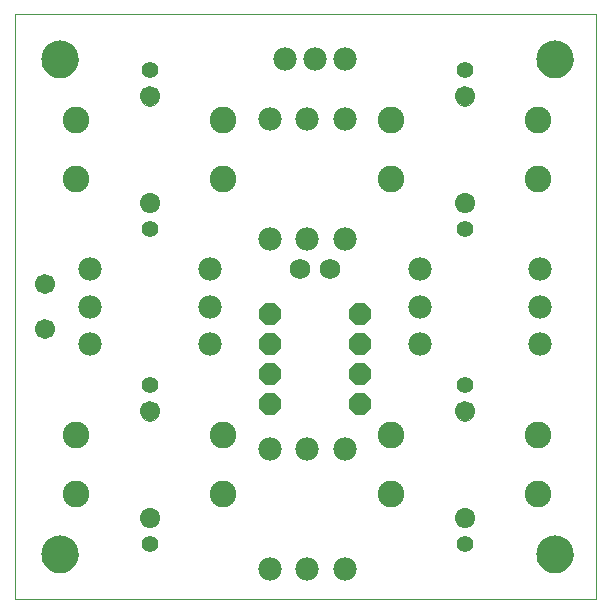
<source format=gbs>
G75*
G70*
%OFA0B0*%
%FSLAX24Y24*%
%IPPOS*%
%LPD*%
%AMOC8*
5,1,8,0,0,1.08239X$1,22.5*
%
%ADD10C,0.0000*%
%ADD11OC8,0.0720*%
%ADD12C,0.0690*%
%ADD13C,0.0780*%
%ADD14C,0.0890*%
%ADD15C,0.0555*%
%ADD16C,0.0670*%
%ADD17C,0.1240*%
%ADD18C,0.0670*%
D10*
X000000Y000000D02*
X000000Y019496D01*
X019370Y019496D01*
X019370Y000000D01*
X000000Y000000D01*
X000900Y001500D02*
X000902Y001549D01*
X000908Y001597D01*
X000918Y001645D01*
X000932Y001692D01*
X000949Y001738D01*
X000970Y001782D01*
X000995Y001824D01*
X001023Y001864D01*
X001055Y001902D01*
X001089Y001937D01*
X001126Y001969D01*
X001165Y001998D01*
X001207Y002024D01*
X001251Y002046D01*
X001296Y002064D01*
X001343Y002079D01*
X001390Y002090D01*
X001439Y002097D01*
X001488Y002100D01*
X001537Y002099D01*
X001585Y002094D01*
X001634Y002085D01*
X001681Y002072D01*
X001727Y002055D01*
X001771Y002035D01*
X001814Y002011D01*
X001855Y001984D01*
X001893Y001953D01*
X001929Y001920D01*
X001961Y001884D01*
X001991Y001845D01*
X002018Y001804D01*
X002041Y001760D01*
X002060Y001715D01*
X002076Y001669D01*
X002088Y001622D01*
X002096Y001573D01*
X002100Y001524D01*
X002100Y001476D01*
X002096Y001427D01*
X002088Y001378D01*
X002076Y001331D01*
X002060Y001285D01*
X002041Y001240D01*
X002018Y001196D01*
X001991Y001155D01*
X001961Y001116D01*
X001929Y001080D01*
X001893Y001047D01*
X001855Y001016D01*
X001814Y000989D01*
X001771Y000965D01*
X001727Y000945D01*
X001681Y000928D01*
X001634Y000915D01*
X001585Y000906D01*
X001537Y000901D01*
X001488Y000900D01*
X001439Y000903D01*
X001390Y000910D01*
X001343Y000921D01*
X001296Y000936D01*
X001251Y000954D01*
X001207Y000976D01*
X001165Y001002D01*
X001126Y001031D01*
X001089Y001063D01*
X001055Y001098D01*
X001023Y001136D01*
X000995Y001176D01*
X000970Y001218D01*
X000949Y001262D01*
X000932Y001308D01*
X000918Y001355D01*
X000908Y001403D01*
X000902Y001451D01*
X000900Y001500D01*
X004185Y002728D02*
X004187Y002763D01*
X004193Y002798D01*
X004203Y002832D01*
X004216Y002865D01*
X004233Y002896D01*
X004254Y002924D01*
X004277Y002951D01*
X004304Y002974D01*
X004332Y002995D01*
X004363Y003012D01*
X004396Y003025D01*
X004430Y003035D01*
X004465Y003041D01*
X004500Y003043D01*
X004535Y003041D01*
X004570Y003035D01*
X004604Y003025D01*
X004637Y003012D01*
X004668Y002995D01*
X004696Y002974D01*
X004723Y002951D01*
X004746Y002924D01*
X004767Y002896D01*
X004784Y002865D01*
X004797Y002832D01*
X004807Y002798D01*
X004813Y002763D01*
X004815Y002728D01*
X004813Y002693D01*
X004807Y002658D01*
X004797Y002624D01*
X004784Y002591D01*
X004767Y002560D01*
X004746Y002532D01*
X004723Y002505D01*
X004696Y002482D01*
X004668Y002461D01*
X004637Y002444D01*
X004604Y002431D01*
X004570Y002421D01*
X004535Y002415D01*
X004500Y002413D01*
X004465Y002415D01*
X004430Y002421D01*
X004396Y002431D01*
X004363Y002444D01*
X004332Y002461D01*
X004304Y002482D01*
X004277Y002505D01*
X004254Y002532D01*
X004233Y002560D01*
X004216Y002591D01*
X004203Y002624D01*
X004193Y002658D01*
X004187Y002693D01*
X004185Y002728D01*
X004185Y006272D02*
X004187Y006307D01*
X004193Y006342D01*
X004203Y006376D01*
X004216Y006409D01*
X004233Y006440D01*
X004254Y006468D01*
X004277Y006495D01*
X004304Y006518D01*
X004332Y006539D01*
X004363Y006556D01*
X004396Y006569D01*
X004430Y006579D01*
X004465Y006585D01*
X004500Y006587D01*
X004535Y006585D01*
X004570Y006579D01*
X004604Y006569D01*
X004637Y006556D01*
X004668Y006539D01*
X004696Y006518D01*
X004723Y006495D01*
X004746Y006468D01*
X004767Y006440D01*
X004784Y006409D01*
X004797Y006376D01*
X004807Y006342D01*
X004813Y006307D01*
X004815Y006272D01*
X004813Y006237D01*
X004807Y006202D01*
X004797Y006168D01*
X004784Y006135D01*
X004767Y006104D01*
X004746Y006076D01*
X004723Y006049D01*
X004696Y006026D01*
X004668Y006005D01*
X004637Y005988D01*
X004604Y005975D01*
X004570Y005965D01*
X004535Y005959D01*
X004500Y005957D01*
X004465Y005959D01*
X004430Y005965D01*
X004396Y005975D01*
X004363Y005988D01*
X004332Y006005D01*
X004304Y006026D01*
X004277Y006049D01*
X004254Y006076D01*
X004233Y006104D01*
X004216Y006135D01*
X004203Y006168D01*
X004193Y006202D01*
X004187Y006237D01*
X004185Y006272D01*
X004185Y013228D02*
X004187Y013263D01*
X004193Y013298D01*
X004203Y013332D01*
X004216Y013365D01*
X004233Y013396D01*
X004254Y013424D01*
X004277Y013451D01*
X004304Y013474D01*
X004332Y013495D01*
X004363Y013512D01*
X004396Y013525D01*
X004430Y013535D01*
X004465Y013541D01*
X004500Y013543D01*
X004535Y013541D01*
X004570Y013535D01*
X004604Y013525D01*
X004637Y013512D01*
X004668Y013495D01*
X004696Y013474D01*
X004723Y013451D01*
X004746Y013424D01*
X004767Y013396D01*
X004784Y013365D01*
X004797Y013332D01*
X004807Y013298D01*
X004813Y013263D01*
X004815Y013228D01*
X004813Y013193D01*
X004807Y013158D01*
X004797Y013124D01*
X004784Y013091D01*
X004767Y013060D01*
X004746Y013032D01*
X004723Y013005D01*
X004696Y012982D01*
X004668Y012961D01*
X004637Y012944D01*
X004604Y012931D01*
X004570Y012921D01*
X004535Y012915D01*
X004500Y012913D01*
X004465Y012915D01*
X004430Y012921D01*
X004396Y012931D01*
X004363Y012944D01*
X004332Y012961D01*
X004304Y012982D01*
X004277Y013005D01*
X004254Y013032D01*
X004233Y013060D01*
X004216Y013091D01*
X004203Y013124D01*
X004193Y013158D01*
X004187Y013193D01*
X004185Y013228D01*
X004185Y016772D02*
X004187Y016807D01*
X004193Y016842D01*
X004203Y016876D01*
X004216Y016909D01*
X004233Y016940D01*
X004254Y016968D01*
X004277Y016995D01*
X004304Y017018D01*
X004332Y017039D01*
X004363Y017056D01*
X004396Y017069D01*
X004430Y017079D01*
X004465Y017085D01*
X004500Y017087D01*
X004535Y017085D01*
X004570Y017079D01*
X004604Y017069D01*
X004637Y017056D01*
X004668Y017039D01*
X004696Y017018D01*
X004723Y016995D01*
X004746Y016968D01*
X004767Y016940D01*
X004784Y016909D01*
X004797Y016876D01*
X004807Y016842D01*
X004813Y016807D01*
X004815Y016772D01*
X004813Y016737D01*
X004807Y016702D01*
X004797Y016668D01*
X004784Y016635D01*
X004767Y016604D01*
X004746Y016576D01*
X004723Y016549D01*
X004696Y016526D01*
X004668Y016505D01*
X004637Y016488D01*
X004604Y016475D01*
X004570Y016465D01*
X004535Y016459D01*
X004500Y016457D01*
X004465Y016459D01*
X004430Y016465D01*
X004396Y016475D01*
X004363Y016488D01*
X004332Y016505D01*
X004304Y016526D01*
X004277Y016549D01*
X004254Y016576D01*
X004233Y016604D01*
X004216Y016635D01*
X004203Y016668D01*
X004193Y016702D01*
X004187Y016737D01*
X004185Y016772D01*
X000900Y018000D02*
X000902Y018049D01*
X000908Y018097D01*
X000918Y018145D01*
X000932Y018192D01*
X000949Y018238D01*
X000970Y018282D01*
X000995Y018324D01*
X001023Y018364D01*
X001055Y018402D01*
X001089Y018437D01*
X001126Y018469D01*
X001165Y018498D01*
X001207Y018524D01*
X001251Y018546D01*
X001296Y018564D01*
X001343Y018579D01*
X001390Y018590D01*
X001439Y018597D01*
X001488Y018600D01*
X001537Y018599D01*
X001585Y018594D01*
X001634Y018585D01*
X001681Y018572D01*
X001727Y018555D01*
X001771Y018535D01*
X001814Y018511D01*
X001855Y018484D01*
X001893Y018453D01*
X001929Y018420D01*
X001961Y018384D01*
X001991Y018345D01*
X002018Y018304D01*
X002041Y018260D01*
X002060Y018215D01*
X002076Y018169D01*
X002088Y018122D01*
X002096Y018073D01*
X002100Y018024D01*
X002100Y017976D01*
X002096Y017927D01*
X002088Y017878D01*
X002076Y017831D01*
X002060Y017785D01*
X002041Y017740D01*
X002018Y017696D01*
X001991Y017655D01*
X001961Y017616D01*
X001929Y017580D01*
X001893Y017547D01*
X001855Y017516D01*
X001814Y017489D01*
X001771Y017465D01*
X001727Y017445D01*
X001681Y017428D01*
X001634Y017415D01*
X001585Y017406D01*
X001537Y017401D01*
X001488Y017400D01*
X001439Y017403D01*
X001390Y017410D01*
X001343Y017421D01*
X001296Y017436D01*
X001251Y017454D01*
X001207Y017476D01*
X001165Y017502D01*
X001126Y017531D01*
X001089Y017563D01*
X001055Y017598D01*
X001023Y017636D01*
X000995Y017676D01*
X000970Y017718D01*
X000949Y017762D01*
X000932Y017808D01*
X000918Y017855D01*
X000908Y017903D01*
X000902Y017951D01*
X000900Y018000D01*
X014685Y016772D02*
X014687Y016807D01*
X014693Y016842D01*
X014703Y016876D01*
X014716Y016909D01*
X014733Y016940D01*
X014754Y016968D01*
X014777Y016995D01*
X014804Y017018D01*
X014832Y017039D01*
X014863Y017056D01*
X014896Y017069D01*
X014930Y017079D01*
X014965Y017085D01*
X015000Y017087D01*
X015035Y017085D01*
X015070Y017079D01*
X015104Y017069D01*
X015137Y017056D01*
X015168Y017039D01*
X015196Y017018D01*
X015223Y016995D01*
X015246Y016968D01*
X015267Y016940D01*
X015284Y016909D01*
X015297Y016876D01*
X015307Y016842D01*
X015313Y016807D01*
X015315Y016772D01*
X015313Y016737D01*
X015307Y016702D01*
X015297Y016668D01*
X015284Y016635D01*
X015267Y016604D01*
X015246Y016576D01*
X015223Y016549D01*
X015196Y016526D01*
X015168Y016505D01*
X015137Y016488D01*
X015104Y016475D01*
X015070Y016465D01*
X015035Y016459D01*
X015000Y016457D01*
X014965Y016459D01*
X014930Y016465D01*
X014896Y016475D01*
X014863Y016488D01*
X014832Y016505D01*
X014804Y016526D01*
X014777Y016549D01*
X014754Y016576D01*
X014733Y016604D01*
X014716Y016635D01*
X014703Y016668D01*
X014693Y016702D01*
X014687Y016737D01*
X014685Y016772D01*
X017400Y018000D02*
X017402Y018049D01*
X017408Y018097D01*
X017418Y018145D01*
X017432Y018192D01*
X017449Y018238D01*
X017470Y018282D01*
X017495Y018324D01*
X017523Y018364D01*
X017555Y018402D01*
X017589Y018437D01*
X017626Y018469D01*
X017665Y018498D01*
X017707Y018524D01*
X017751Y018546D01*
X017796Y018564D01*
X017843Y018579D01*
X017890Y018590D01*
X017939Y018597D01*
X017988Y018600D01*
X018037Y018599D01*
X018085Y018594D01*
X018134Y018585D01*
X018181Y018572D01*
X018227Y018555D01*
X018271Y018535D01*
X018314Y018511D01*
X018355Y018484D01*
X018393Y018453D01*
X018429Y018420D01*
X018461Y018384D01*
X018491Y018345D01*
X018518Y018304D01*
X018541Y018260D01*
X018560Y018215D01*
X018576Y018169D01*
X018588Y018122D01*
X018596Y018073D01*
X018600Y018024D01*
X018600Y017976D01*
X018596Y017927D01*
X018588Y017878D01*
X018576Y017831D01*
X018560Y017785D01*
X018541Y017740D01*
X018518Y017696D01*
X018491Y017655D01*
X018461Y017616D01*
X018429Y017580D01*
X018393Y017547D01*
X018355Y017516D01*
X018314Y017489D01*
X018271Y017465D01*
X018227Y017445D01*
X018181Y017428D01*
X018134Y017415D01*
X018085Y017406D01*
X018037Y017401D01*
X017988Y017400D01*
X017939Y017403D01*
X017890Y017410D01*
X017843Y017421D01*
X017796Y017436D01*
X017751Y017454D01*
X017707Y017476D01*
X017665Y017502D01*
X017626Y017531D01*
X017589Y017563D01*
X017555Y017598D01*
X017523Y017636D01*
X017495Y017676D01*
X017470Y017718D01*
X017449Y017762D01*
X017432Y017808D01*
X017418Y017855D01*
X017408Y017903D01*
X017402Y017951D01*
X017400Y018000D01*
X014685Y013228D02*
X014687Y013263D01*
X014693Y013298D01*
X014703Y013332D01*
X014716Y013365D01*
X014733Y013396D01*
X014754Y013424D01*
X014777Y013451D01*
X014804Y013474D01*
X014832Y013495D01*
X014863Y013512D01*
X014896Y013525D01*
X014930Y013535D01*
X014965Y013541D01*
X015000Y013543D01*
X015035Y013541D01*
X015070Y013535D01*
X015104Y013525D01*
X015137Y013512D01*
X015168Y013495D01*
X015196Y013474D01*
X015223Y013451D01*
X015246Y013424D01*
X015267Y013396D01*
X015284Y013365D01*
X015297Y013332D01*
X015307Y013298D01*
X015313Y013263D01*
X015315Y013228D01*
X015313Y013193D01*
X015307Y013158D01*
X015297Y013124D01*
X015284Y013091D01*
X015267Y013060D01*
X015246Y013032D01*
X015223Y013005D01*
X015196Y012982D01*
X015168Y012961D01*
X015137Y012944D01*
X015104Y012931D01*
X015070Y012921D01*
X015035Y012915D01*
X015000Y012913D01*
X014965Y012915D01*
X014930Y012921D01*
X014896Y012931D01*
X014863Y012944D01*
X014832Y012961D01*
X014804Y012982D01*
X014777Y013005D01*
X014754Y013032D01*
X014733Y013060D01*
X014716Y013091D01*
X014703Y013124D01*
X014693Y013158D01*
X014687Y013193D01*
X014685Y013228D01*
X014685Y006272D02*
X014687Y006307D01*
X014693Y006342D01*
X014703Y006376D01*
X014716Y006409D01*
X014733Y006440D01*
X014754Y006468D01*
X014777Y006495D01*
X014804Y006518D01*
X014832Y006539D01*
X014863Y006556D01*
X014896Y006569D01*
X014930Y006579D01*
X014965Y006585D01*
X015000Y006587D01*
X015035Y006585D01*
X015070Y006579D01*
X015104Y006569D01*
X015137Y006556D01*
X015168Y006539D01*
X015196Y006518D01*
X015223Y006495D01*
X015246Y006468D01*
X015267Y006440D01*
X015284Y006409D01*
X015297Y006376D01*
X015307Y006342D01*
X015313Y006307D01*
X015315Y006272D01*
X015313Y006237D01*
X015307Y006202D01*
X015297Y006168D01*
X015284Y006135D01*
X015267Y006104D01*
X015246Y006076D01*
X015223Y006049D01*
X015196Y006026D01*
X015168Y006005D01*
X015137Y005988D01*
X015104Y005975D01*
X015070Y005965D01*
X015035Y005959D01*
X015000Y005957D01*
X014965Y005959D01*
X014930Y005965D01*
X014896Y005975D01*
X014863Y005988D01*
X014832Y006005D01*
X014804Y006026D01*
X014777Y006049D01*
X014754Y006076D01*
X014733Y006104D01*
X014716Y006135D01*
X014703Y006168D01*
X014693Y006202D01*
X014687Y006237D01*
X014685Y006272D01*
X014685Y002728D02*
X014687Y002763D01*
X014693Y002798D01*
X014703Y002832D01*
X014716Y002865D01*
X014733Y002896D01*
X014754Y002924D01*
X014777Y002951D01*
X014804Y002974D01*
X014832Y002995D01*
X014863Y003012D01*
X014896Y003025D01*
X014930Y003035D01*
X014965Y003041D01*
X015000Y003043D01*
X015035Y003041D01*
X015070Y003035D01*
X015104Y003025D01*
X015137Y003012D01*
X015168Y002995D01*
X015196Y002974D01*
X015223Y002951D01*
X015246Y002924D01*
X015267Y002896D01*
X015284Y002865D01*
X015297Y002832D01*
X015307Y002798D01*
X015313Y002763D01*
X015315Y002728D01*
X015313Y002693D01*
X015307Y002658D01*
X015297Y002624D01*
X015284Y002591D01*
X015267Y002560D01*
X015246Y002532D01*
X015223Y002505D01*
X015196Y002482D01*
X015168Y002461D01*
X015137Y002444D01*
X015104Y002431D01*
X015070Y002421D01*
X015035Y002415D01*
X015000Y002413D01*
X014965Y002415D01*
X014930Y002421D01*
X014896Y002431D01*
X014863Y002444D01*
X014832Y002461D01*
X014804Y002482D01*
X014777Y002505D01*
X014754Y002532D01*
X014733Y002560D01*
X014716Y002591D01*
X014703Y002624D01*
X014693Y002658D01*
X014687Y002693D01*
X014685Y002728D01*
X017400Y001500D02*
X017402Y001549D01*
X017408Y001597D01*
X017418Y001645D01*
X017432Y001692D01*
X017449Y001738D01*
X017470Y001782D01*
X017495Y001824D01*
X017523Y001864D01*
X017555Y001902D01*
X017589Y001937D01*
X017626Y001969D01*
X017665Y001998D01*
X017707Y002024D01*
X017751Y002046D01*
X017796Y002064D01*
X017843Y002079D01*
X017890Y002090D01*
X017939Y002097D01*
X017988Y002100D01*
X018037Y002099D01*
X018085Y002094D01*
X018134Y002085D01*
X018181Y002072D01*
X018227Y002055D01*
X018271Y002035D01*
X018314Y002011D01*
X018355Y001984D01*
X018393Y001953D01*
X018429Y001920D01*
X018461Y001884D01*
X018491Y001845D01*
X018518Y001804D01*
X018541Y001760D01*
X018560Y001715D01*
X018576Y001669D01*
X018588Y001622D01*
X018596Y001573D01*
X018600Y001524D01*
X018600Y001476D01*
X018596Y001427D01*
X018588Y001378D01*
X018576Y001331D01*
X018560Y001285D01*
X018541Y001240D01*
X018518Y001196D01*
X018491Y001155D01*
X018461Y001116D01*
X018429Y001080D01*
X018393Y001047D01*
X018355Y001016D01*
X018314Y000989D01*
X018271Y000965D01*
X018227Y000945D01*
X018181Y000928D01*
X018134Y000915D01*
X018085Y000906D01*
X018037Y000901D01*
X017988Y000900D01*
X017939Y000903D01*
X017890Y000910D01*
X017843Y000921D01*
X017796Y000936D01*
X017751Y000954D01*
X017707Y000976D01*
X017665Y001002D01*
X017626Y001031D01*
X017589Y001063D01*
X017555Y001098D01*
X017523Y001136D01*
X017495Y001176D01*
X017470Y001218D01*
X017449Y001262D01*
X017432Y001308D01*
X017418Y001355D01*
X017408Y001403D01*
X017402Y001451D01*
X017400Y001500D01*
D11*
X011500Y006500D03*
X011500Y007500D03*
X011500Y008500D03*
X011500Y009500D03*
X008500Y009500D03*
X008500Y008500D03*
X008500Y007500D03*
X008500Y006500D03*
D12*
X009500Y011000D03*
X010500Y011000D03*
D13*
X011000Y012000D03*
X009750Y012000D03*
X008500Y012000D03*
X006500Y011000D03*
X006500Y009750D03*
X006500Y008500D03*
X008500Y005000D03*
X009750Y005000D03*
X011000Y005000D03*
X013500Y008500D03*
X013500Y009750D03*
X013500Y011000D03*
X017500Y011000D03*
X017500Y009750D03*
X017500Y008500D03*
X011000Y016000D03*
X009750Y016000D03*
X008500Y016000D03*
X009000Y018000D03*
X010000Y018000D03*
X011000Y018000D03*
X002500Y011000D03*
X002500Y009750D03*
X002500Y008500D03*
X008500Y001000D03*
X009750Y001000D03*
X011000Y001000D03*
D14*
X012539Y003516D03*
X012539Y005484D03*
X017461Y005484D03*
X017461Y003516D03*
X017461Y014016D03*
X017461Y015984D03*
X012539Y015984D03*
X012539Y014016D03*
X006961Y014016D03*
X006961Y015984D03*
X002039Y015984D03*
X002039Y014016D03*
X002039Y005484D03*
X002039Y003516D03*
X006961Y003516D03*
X006961Y005484D03*
D15*
X004500Y007157D03*
X004500Y012343D03*
X004500Y017657D03*
X015000Y017657D03*
X015000Y012343D03*
X015000Y007157D03*
X015000Y001843D03*
X004500Y001843D03*
D16*
X004500Y002728D03*
X004500Y006272D03*
X004500Y013228D03*
X004500Y016772D03*
X015000Y016772D03*
X015000Y013228D03*
X015000Y006272D03*
X015000Y002728D03*
D17*
X018000Y001500D03*
X018000Y018000D03*
X001500Y018000D03*
X001500Y001500D03*
D18*
X001000Y009000D03*
X001000Y010500D03*
M02*

</source>
